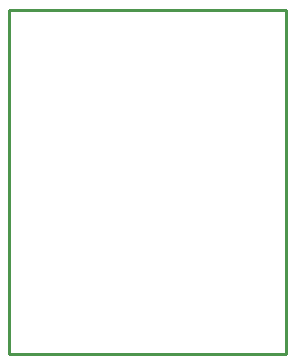
<source format=gm1>
G04 Layer_Color=16711935*
%FSAX43Y43*%
%MOMM*%
G71*
G01*
G75*
%ADD23C,0.254*%
D23*
X0051562Y0077343D02*
X0075057D01*
X0051562D02*
Y0106426D01*
X0075057Y0077343D02*
Y0106426D01*
X0051562D02*
X0075057D01*
M02*

</source>
